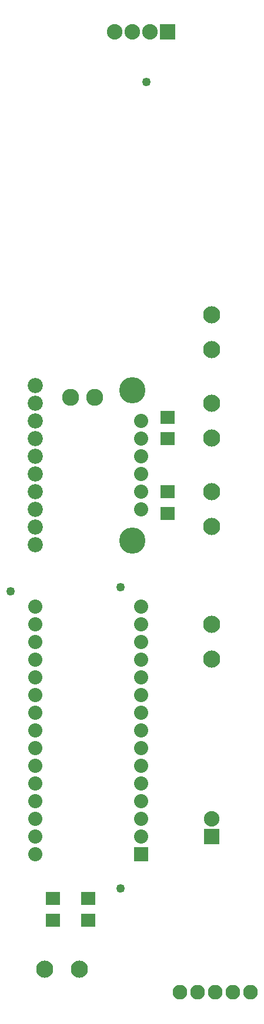
<source format=gts>
G04 MADE WITH FRITZING*
G04 WWW.FRITZING.ORG*
G04 DOUBLE SIDED*
G04 HOLES PLATED*
G04 CONTOUR ON CENTER OF CONTOUR VECTOR*
%ASAXBY*%
%FSLAX23Y23*%
%MOIN*%
%OFA0B0*%
%SFA1.0B1.0*%
%ADD10C,0.148425*%
%ADD11C,0.096000*%
%ADD12C,0.086000*%
%ADD13C,0.080000*%
%ADD14C,0.083379*%
%ADD15C,0.088000*%
%ADD16C,0.097268*%
%ADD17C,0.097253*%
%ADD18C,0.049370*%
%ADD19R,0.084803X0.072992*%
%ADD20R,0.088000X0.088000*%
%ADD21R,0.079972X0.080000*%
%LNMASK1*%
G90*
G70*
G54D10*
X749Y3873D03*
G54D11*
X398Y3833D03*
X536Y3833D03*
G54D12*
X199Y3898D03*
X199Y3798D03*
X199Y3698D03*
X199Y3598D03*
X199Y3498D03*
X199Y3398D03*
X199Y3298D03*
G54D10*
X749Y3023D03*
G54D12*
X199Y3198D03*
X199Y3098D03*
X199Y2998D03*
G54D13*
X799Y3198D03*
X799Y3298D03*
X799Y3398D03*
X799Y3498D03*
X799Y3598D03*
X799Y3698D03*
G54D14*
X1020Y468D03*
X1120Y468D03*
X1220Y468D03*
X1320Y468D03*
X1420Y468D03*
G54D15*
X1199Y1348D03*
X1199Y1448D03*
X949Y5898D03*
X849Y5898D03*
X749Y5898D03*
X649Y5898D03*
G54D16*
X1199Y2351D03*
G54D17*
X1199Y2548D03*
G54D16*
X1199Y4101D03*
G54D17*
X1199Y4298D03*
G54D16*
X1199Y3601D03*
G54D17*
X1199Y3798D03*
G54D16*
X1199Y3101D03*
G54D17*
X1199Y3298D03*
G54D16*
X252Y598D03*
G54D17*
X449Y598D03*
G54D13*
X799Y1248D03*
X799Y1348D03*
X799Y1448D03*
X799Y1548D03*
X799Y1648D03*
X799Y1748D03*
X799Y1848D03*
X799Y1948D03*
X799Y2048D03*
X799Y2148D03*
X799Y2248D03*
X799Y2348D03*
X799Y2448D03*
X799Y2548D03*
X799Y2648D03*
X199Y1248D03*
X199Y1348D03*
X199Y1448D03*
X199Y1548D03*
X199Y1648D03*
X199Y1748D03*
X199Y1848D03*
X199Y1948D03*
X199Y2048D03*
X199Y2148D03*
X199Y2248D03*
X199Y2348D03*
X199Y2448D03*
X199Y2548D03*
X199Y2648D03*
G54D18*
X684Y1055D03*
X828Y5615D03*
X60Y2735D03*
X684Y2759D03*
G54D19*
X949Y3598D03*
X949Y3720D03*
X949Y3298D03*
X949Y3176D03*
G54D20*
X1199Y1348D03*
X949Y5898D03*
G54D19*
X299Y998D03*
X299Y876D03*
X499Y998D03*
X499Y876D03*
G54D21*
X799Y1248D03*
G04 End of Mask1*
M02*
</source>
